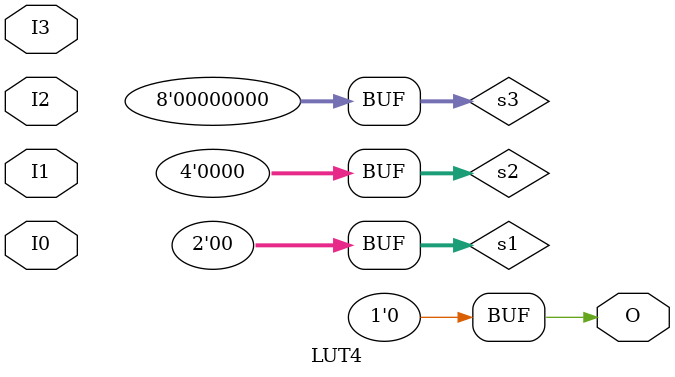
<source format=v>

(* abc9_lut=1, lib_whitebox *)
module LUT1 (
  output O,
  input I0
);
  parameter [1:0] INIT = 0;
  parameter EQN = "(I0)";

  // These timings are for PolarPro 3E; other families will need updating.
  specify
    (I0 => O) = 698; // FS -> FZ
  endspecify

  assign O = I0 ? INIT[1] : INIT[0];
endmodule

//               TZ        TSL TAB
(* abc9_lut=2, lib_whitebox *)
module LUT2 (
  output O,
  input I0, I1
);
  parameter [3:0] INIT = 4'h0;
  parameter EQN = "(I0)";

  // These timings are for PolarPro 3E; other families will need updating.
  specify
    (I0 => O) = 1251; // TAB -> TZ
    (I1 => O) = 1406; // TSL -> TZ
  endspecify

  wire [1:0] s1 = I1 ? INIT[3:2] : INIT[1:0];
  assign O = I0 ? s1[1] : s1[0];
endmodule

(* abc9_lut=2, lib_whitebox *)
module LUT3 (
  output O,
  input I0, I1, I2
);
  parameter [7:0] INIT = 8'h0;
  parameter EQN = "(I0)";

  // These timings are for PolarPro 3E; other families will need updating.
  specify
    (I0 => O) = 1251; // TAB -> TZ
    (I1 => O) = 1406; // TSL -> TZ
    (I2 => O) = 1699; // ('TA1', 'TA2', 'TB1', 'TB2') -> TZ
  endspecify

  wire [3:0] s2 = I2 ? INIT[7:4] : INIT[3:0];
  wire [1:0] s1 = I1 ? s2[3:2] : s2[1:0];
  assign O = I0 ? s1[1] : s1[0];
endmodule

(* abc9_lut=4, lib_whitebox *)
module LUT4 (
  output O,
  input I0, I1, I2, I3
);
  parameter [15:0] INIT = 16'h0;
  parameter EQN = "(I0)";

  // These timings are for PolarPro 3E; other families will need updating.
  specify
    (I0 => O) = 995;  // TBS -> CZ
    (I1 => O) = 1437; // ('TAB', 'BAB') -> CZ
    (I2 => O) = 1593; // ('TSL', 'BSL') -> CZ
    (I3 => O) = 1887; // ('TA1', 'TA2', 'TB1', 'TB2', 'BA1', 'BA2', 'BB1', 'BB2') -> CZ
  endspecify

  wire [7:0] s3 = I3 ? INIT[15:8] : INIT[7:0];
  wire [3:0] s2 = I2 ? s3[7:4] : s3[3:0];
  wire [1:0] s1 = I1 ? s2[3:2] : s2[1:0];
  assign O = I0 ? s1[1] : s1[0];
endmodule

</source>
